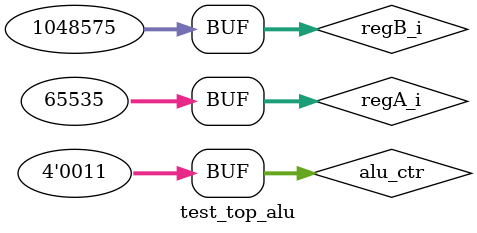
<source format=v>
`timescale 1ns / 1ps


module test_top_alu;

    reg [3:0]          alu_ctr;
    reg [31:0]         regA_i,regB_i;
    
    wire [31:0]        res_o;
    wire               zero;
    
    alu_top alu_top0(.regA_i(regA_i), .regB_i(regB_i), .alu_ctr(alu_ctr), .res_o(res_o), .zero(zero));
    
    initial begin
        
        alu_ctr = 4'b0000;  // add
        regA_i = 32'b0000_0000_0000_0000_0000_0000_1111_0000;
        regB_i = 32'b0000_0000_0000_0000_0000_0000_0000_0001;
 
        #100
        alu_ctr = 4'b1000;  // sub        
        regA_i = 32'b0000_0000_1111_1111_1111_1111_1111_1111; 
        regB_i = 32'b0000_0000_1111_1111_1111_1111_1111_1111; 
        
        #100
        alu_ctr = 4'b0110;  // or      
        regA_i = 32'b0000_0000_1111_0000_1111_0000_1111_1111; 
        regB_i = 32'b0000_0000_0000_1111_0000_1111_1111_0000; 
        
        #100
        alu_ctr = 4'b1111;  // srcB        
        regA_i = 32'b0000_0000_1111_1111_1111_1111_1111_1111; 
        regB_i = 32'b0000_0000_1111_1111_1111_1111_1111_1111; 
        
        #100
        alu_ctr = 4'b0010;  // slt -> 0
        regA_i = 32'b0000_0000_1111_1111_1111_1111_1111_1111; // ÕýÊý
        regB_i = 32'b1000_0000_0000_1111_1111_1111_1111_1111; // ¸ºÊý
        
        #100
        alu_ctr = 4'b0010;  // slt -> 1
        regA_i = 32'b0000_0000_0000_1111_1111_1111_1111_1111; // ¸ºÊý
        regB_i = 32'b0000_0000_0001_1111_1111_1111_1111_1111; // ÕýÊý
        
        #100
        alu_ctr = 4'b0011;  // sltu   -> 0     
        regA_i = 32'b0000_0000_1111_1111_1111_1111_1111_1111; 
        regB_i = 32'b0000_0000_0000_1111_1111_1111_1111_1111; 

        #100
        alu_ctr = 4'b0011;  // sltu   -> 1     
        regA_i = 32'b0000_0000_0000_0000_1111_1111_1111_1111; 
        regB_i = 32'b0000_0000_0000_1111_1111_1111_1111_1111; 
        
    end

endmodule

</source>
